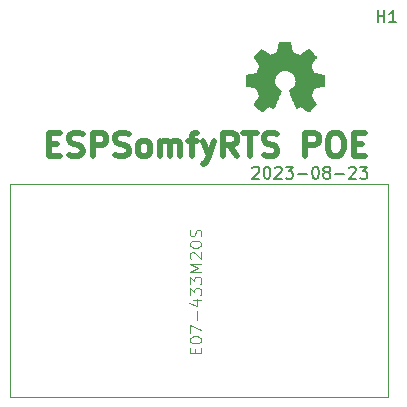
<source format=gbr>
%TF.GenerationSoftware,KiCad,Pcbnew,7.0.1-0*%
%TF.CreationDate,2023-08-23T15:05:17+02:00*%
%TF.ProjectId,ESP32SomfyPOE,45535033-3253-46f6-9d66-79504f452e6b,rev?*%
%TF.SameCoordinates,Original*%
%TF.FileFunction,Legend,Top*%
%TF.FilePolarity,Positive*%
%FSLAX46Y46*%
G04 Gerber Fmt 4.6, Leading zero omitted, Abs format (unit mm)*
G04 Created by KiCad (PCBNEW 7.0.1-0) date 2023-08-23 15:05:17*
%MOMM*%
%LPD*%
G01*
G04 APERTURE LIST*
%ADD10C,0.500000*%
%ADD11C,0.150000*%
%ADD12C,0.100000*%
%ADD13C,0.010000*%
G04 APERTURE END LIST*
D10*
X90900190Y-73383619D02*
X91566857Y-73383619D01*
X91852571Y-74431238D02*
X90900190Y-74431238D01*
X90900190Y-74431238D02*
X90900190Y-72431238D01*
X90900190Y-72431238D02*
X91852571Y-72431238D01*
X92614476Y-74336000D02*
X92900190Y-74431238D01*
X92900190Y-74431238D02*
X93376381Y-74431238D01*
X93376381Y-74431238D02*
X93566857Y-74336000D01*
X93566857Y-74336000D02*
X93662095Y-74240761D01*
X93662095Y-74240761D02*
X93757333Y-74050285D01*
X93757333Y-74050285D02*
X93757333Y-73859809D01*
X93757333Y-73859809D02*
X93662095Y-73669333D01*
X93662095Y-73669333D02*
X93566857Y-73574095D01*
X93566857Y-73574095D02*
X93376381Y-73478857D01*
X93376381Y-73478857D02*
X92995428Y-73383619D01*
X92995428Y-73383619D02*
X92804952Y-73288380D01*
X92804952Y-73288380D02*
X92709714Y-73193142D01*
X92709714Y-73193142D02*
X92614476Y-73002666D01*
X92614476Y-73002666D02*
X92614476Y-72812190D01*
X92614476Y-72812190D02*
X92709714Y-72621714D01*
X92709714Y-72621714D02*
X92804952Y-72526476D01*
X92804952Y-72526476D02*
X92995428Y-72431238D01*
X92995428Y-72431238D02*
X93471619Y-72431238D01*
X93471619Y-72431238D02*
X93757333Y-72526476D01*
X94614476Y-74431238D02*
X94614476Y-72431238D01*
X94614476Y-72431238D02*
X95376381Y-72431238D01*
X95376381Y-72431238D02*
X95566857Y-72526476D01*
X95566857Y-72526476D02*
X95662095Y-72621714D01*
X95662095Y-72621714D02*
X95757333Y-72812190D01*
X95757333Y-72812190D02*
X95757333Y-73097904D01*
X95757333Y-73097904D02*
X95662095Y-73288380D01*
X95662095Y-73288380D02*
X95566857Y-73383619D01*
X95566857Y-73383619D02*
X95376381Y-73478857D01*
X95376381Y-73478857D02*
X94614476Y-73478857D01*
X96519238Y-74336000D02*
X96804952Y-74431238D01*
X96804952Y-74431238D02*
X97281143Y-74431238D01*
X97281143Y-74431238D02*
X97471619Y-74336000D01*
X97471619Y-74336000D02*
X97566857Y-74240761D01*
X97566857Y-74240761D02*
X97662095Y-74050285D01*
X97662095Y-74050285D02*
X97662095Y-73859809D01*
X97662095Y-73859809D02*
X97566857Y-73669333D01*
X97566857Y-73669333D02*
X97471619Y-73574095D01*
X97471619Y-73574095D02*
X97281143Y-73478857D01*
X97281143Y-73478857D02*
X96900190Y-73383619D01*
X96900190Y-73383619D02*
X96709714Y-73288380D01*
X96709714Y-73288380D02*
X96614476Y-73193142D01*
X96614476Y-73193142D02*
X96519238Y-73002666D01*
X96519238Y-73002666D02*
X96519238Y-72812190D01*
X96519238Y-72812190D02*
X96614476Y-72621714D01*
X96614476Y-72621714D02*
X96709714Y-72526476D01*
X96709714Y-72526476D02*
X96900190Y-72431238D01*
X96900190Y-72431238D02*
X97376381Y-72431238D01*
X97376381Y-72431238D02*
X97662095Y-72526476D01*
X98804952Y-74431238D02*
X98614476Y-74336000D01*
X98614476Y-74336000D02*
X98519238Y-74240761D01*
X98519238Y-74240761D02*
X98424000Y-74050285D01*
X98424000Y-74050285D02*
X98424000Y-73478857D01*
X98424000Y-73478857D02*
X98519238Y-73288380D01*
X98519238Y-73288380D02*
X98614476Y-73193142D01*
X98614476Y-73193142D02*
X98804952Y-73097904D01*
X98804952Y-73097904D02*
X99090667Y-73097904D01*
X99090667Y-73097904D02*
X99281143Y-73193142D01*
X99281143Y-73193142D02*
X99376381Y-73288380D01*
X99376381Y-73288380D02*
X99471619Y-73478857D01*
X99471619Y-73478857D02*
X99471619Y-74050285D01*
X99471619Y-74050285D02*
X99376381Y-74240761D01*
X99376381Y-74240761D02*
X99281143Y-74336000D01*
X99281143Y-74336000D02*
X99090667Y-74431238D01*
X99090667Y-74431238D02*
X98804952Y-74431238D01*
X100328762Y-74431238D02*
X100328762Y-73097904D01*
X100328762Y-73288380D02*
X100424000Y-73193142D01*
X100424000Y-73193142D02*
X100614476Y-73097904D01*
X100614476Y-73097904D02*
X100900191Y-73097904D01*
X100900191Y-73097904D02*
X101090667Y-73193142D01*
X101090667Y-73193142D02*
X101185905Y-73383619D01*
X101185905Y-73383619D02*
X101185905Y-74431238D01*
X101185905Y-73383619D02*
X101281143Y-73193142D01*
X101281143Y-73193142D02*
X101471619Y-73097904D01*
X101471619Y-73097904D02*
X101757333Y-73097904D01*
X101757333Y-73097904D02*
X101947810Y-73193142D01*
X101947810Y-73193142D02*
X102043048Y-73383619D01*
X102043048Y-73383619D02*
X102043048Y-74431238D01*
X102709715Y-73097904D02*
X103471619Y-73097904D01*
X102995429Y-74431238D02*
X102995429Y-72716952D01*
X102995429Y-72716952D02*
X103090667Y-72526476D01*
X103090667Y-72526476D02*
X103281143Y-72431238D01*
X103281143Y-72431238D02*
X103471619Y-72431238D01*
X103947810Y-73097904D02*
X104424000Y-74431238D01*
X104900191Y-73097904D02*
X104424000Y-74431238D01*
X104424000Y-74431238D02*
X104233524Y-74907428D01*
X104233524Y-74907428D02*
X104138286Y-75002666D01*
X104138286Y-75002666D02*
X103947810Y-75097904D01*
X106804953Y-74431238D02*
X106138286Y-73478857D01*
X105662096Y-74431238D02*
X105662096Y-72431238D01*
X105662096Y-72431238D02*
X106424001Y-72431238D01*
X106424001Y-72431238D02*
X106614477Y-72526476D01*
X106614477Y-72526476D02*
X106709715Y-72621714D01*
X106709715Y-72621714D02*
X106804953Y-72812190D01*
X106804953Y-72812190D02*
X106804953Y-73097904D01*
X106804953Y-73097904D02*
X106709715Y-73288380D01*
X106709715Y-73288380D02*
X106614477Y-73383619D01*
X106614477Y-73383619D02*
X106424001Y-73478857D01*
X106424001Y-73478857D02*
X105662096Y-73478857D01*
X107376382Y-72431238D02*
X108519239Y-72431238D01*
X107947810Y-74431238D02*
X107947810Y-72431238D01*
X109090668Y-74336000D02*
X109376382Y-74431238D01*
X109376382Y-74431238D02*
X109852573Y-74431238D01*
X109852573Y-74431238D02*
X110043049Y-74336000D01*
X110043049Y-74336000D02*
X110138287Y-74240761D01*
X110138287Y-74240761D02*
X110233525Y-74050285D01*
X110233525Y-74050285D02*
X110233525Y-73859809D01*
X110233525Y-73859809D02*
X110138287Y-73669333D01*
X110138287Y-73669333D02*
X110043049Y-73574095D01*
X110043049Y-73574095D02*
X109852573Y-73478857D01*
X109852573Y-73478857D02*
X109471620Y-73383619D01*
X109471620Y-73383619D02*
X109281144Y-73288380D01*
X109281144Y-73288380D02*
X109185906Y-73193142D01*
X109185906Y-73193142D02*
X109090668Y-73002666D01*
X109090668Y-73002666D02*
X109090668Y-72812190D01*
X109090668Y-72812190D02*
X109185906Y-72621714D01*
X109185906Y-72621714D02*
X109281144Y-72526476D01*
X109281144Y-72526476D02*
X109471620Y-72431238D01*
X109471620Y-72431238D02*
X109947811Y-72431238D01*
X109947811Y-72431238D02*
X110233525Y-72526476D01*
X112614478Y-74431238D02*
X112614478Y-72431238D01*
X112614478Y-72431238D02*
X113376383Y-72431238D01*
X113376383Y-72431238D02*
X113566859Y-72526476D01*
X113566859Y-72526476D02*
X113662097Y-72621714D01*
X113662097Y-72621714D02*
X113757335Y-72812190D01*
X113757335Y-72812190D02*
X113757335Y-73097904D01*
X113757335Y-73097904D02*
X113662097Y-73288380D01*
X113662097Y-73288380D02*
X113566859Y-73383619D01*
X113566859Y-73383619D02*
X113376383Y-73478857D01*
X113376383Y-73478857D02*
X112614478Y-73478857D01*
X114995430Y-72431238D02*
X115376383Y-72431238D01*
X115376383Y-72431238D02*
X115566859Y-72526476D01*
X115566859Y-72526476D02*
X115757335Y-72716952D01*
X115757335Y-72716952D02*
X115852573Y-73097904D01*
X115852573Y-73097904D02*
X115852573Y-73764571D01*
X115852573Y-73764571D02*
X115757335Y-74145523D01*
X115757335Y-74145523D02*
X115566859Y-74336000D01*
X115566859Y-74336000D02*
X115376383Y-74431238D01*
X115376383Y-74431238D02*
X114995430Y-74431238D01*
X114995430Y-74431238D02*
X114804954Y-74336000D01*
X114804954Y-74336000D02*
X114614478Y-74145523D01*
X114614478Y-74145523D02*
X114519240Y-73764571D01*
X114519240Y-73764571D02*
X114519240Y-73097904D01*
X114519240Y-73097904D02*
X114614478Y-72716952D01*
X114614478Y-72716952D02*
X114804954Y-72526476D01*
X114804954Y-72526476D02*
X114995430Y-72431238D01*
X116709716Y-73383619D02*
X117376383Y-73383619D01*
X117662097Y-74431238D02*
X116709716Y-74431238D01*
X116709716Y-74431238D02*
X116709716Y-72431238D01*
X116709716Y-72431238D02*
X117662097Y-72431238D01*
D11*
X108140476Y-75426857D02*
X108188095Y-75379238D01*
X108188095Y-75379238D02*
X108283333Y-75331619D01*
X108283333Y-75331619D02*
X108521428Y-75331619D01*
X108521428Y-75331619D02*
X108616666Y-75379238D01*
X108616666Y-75379238D02*
X108664285Y-75426857D01*
X108664285Y-75426857D02*
X108711904Y-75522095D01*
X108711904Y-75522095D02*
X108711904Y-75617333D01*
X108711904Y-75617333D02*
X108664285Y-75760190D01*
X108664285Y-75760190D02*
X108092857Y-76331619D01*
X108092857Y-76331619D02*
X108711904Y-76331619D01*
X109330952Y-75331619D02*
X109426190Y-75331619D01*
X109426190Y-75331619D02*
X109521428Y-75379238D01*
X109521428Y-75379238D02*
X109569047Y-75426857D01*
X109569047Y-75426857D02*
X109616666Y-75522095D01*
X109616666Y-75522095D02*
X109664285Y-75712571D01*
X109664285Y-75712571D02*
X109664285Y-75950666D01*
X109664285Y-75950666D02*
X109616666Y-76141142D01*
X109616666Y-76141142D02*
X109569047Y-76236380D01*
X109569047Y-76236380D02*
X109521428Y-76284000D01*
X109521428Y-76284000D02*
X109426190Y-76331619D01*
X109426190Y-76331619D02*
X109330952Y-76331619D01*
X109330952Y-76331619D02*
X109235714Y-76284000D01*
X109235714Y-76284000D02*
X109188095Y-76236380D01*
X109188095Y-76236380D02*
X109140476Y-76141142D01*
X109140476Y-76141142D02*
X109092857Y-75950666D01*
X109092857Y-75950666D02*
X109092857Y-75712571D01*
X109092857Y-75712571D02*
X109140476Y-75522095D01*
X109140476Y-75522095D02*
X109188095Y-75426857D01*
X109188095Y-75426857D02*
X109235714Y-75379238D01*
X109235714Y-75379238D02*
X109330952Y-75331619D01*
X110045238Y-75426857D02*
X110092857Y-75379238D01*
X110092857Y-75379238D02*
X110188095Y-75331619D01*
X110188095Y-75331619D02*
X110426190Y-75331619D01*
X110426190Y-75331619D02*
X110521428Y-75379238D01*
X110521428Y-75379238D02*
X110569047Y-75426857D01*
X110569047Y-75426857D02*
X110616666Y-75522095D01*
X110616666Y-75522095D02*
X110616666Y-75617333D01*
X110616666Y-75617333D02*
X110569047Y-75760190D01*
X110569047Y-75760190D02*
X109997619Y-76331619D01*
X109997619Y-76331619D02*
X110616666Y-76331619D01*
X110950000Y-75331619D02*
X111569047Y-75331619D01*
X111569047Y-75331619D02*
X111235714Y-75712571D01*
X111235714Y-75712571D02*
X111378571Y-75712571D01*
X111378571Y-75712571D02*
X111473809Y-75760190D01*
X111473809Y-75760190D02*
X111521428Y-75807809D01*
X111521428Y-75807809D02*
X111569047Y-75903047D01*
X111569047Y-75903047D02*
X111569047Y-76141142D01*
X111569047Y-76141142D02*
X111521428Y-76236380D01*
X111521428Y-76236380D02*
X111473809Y-76284000D01*
X111473809Y-76284000D02*
X111378571Y-76331619D01*
X111378571Y-76331619D02*
X111092857Y-76331619D01*
X111092857Y-76331619D02*
X110997619Y-76284000D01*
X110997619Y-76284000D02*
X110950000Y-76236380D01*
X111997619Y-75950666D02*
X112759524Y-75950666D01*
X113426190Y-75331619D02*
X113521428Y-75331619D01*
X113521428Y-75331619D02*
X113616666Y-75379238D01*
X113616666Y-75379238D02*
X113664285Y-75426857D01*
X113664285Y-75426857D02*
X113711904Y-75522095D01*
X113711904Y-75522095D02*
X113759523Y-75712571D01*
X113759523Y-75712571D02*
X113759523Y-75950666D01*
X113759523Y-75950666D02*
X113711904Y-76141142D01*
X113711904Y-76141142D02*
X113664285Y-76236380D01*
X113664285Y-76236380D02*
X113616666Y-76284000D01*
X113616666Y-76284000D02*
X113521428Y-76331619D01*
X113521428Y-76331619D02*
X113426190Y-76331619D01*
X113426190Y-76331619D02*
X113330952Y-76284000D01*
X113330952Y-76284000D02*
X113283333Y-76236380D01*
X113283333Y-76236380D02*
X113235714Y-76141142D01*
X113235714Y-76141142D02*
X113188095Y-75950666D01*
X113188095Y-75950666D02*
X113188095Y-75712571D01*
X113188095Y-75712571D02*
X113235714Y-75522095D01*
X113235714Y-75522095D02*
X113283333Y-75426857D01*
X113283333Y-75426857D02*
X113330952Y-75379238D01*
X113330952Y-75379238D02*
X113426190Y-75331619D01*
X114330952Y-75760190D02*
X114235714Y-75712571D01*
X114235714Y-75712571D02*
X114188095Y-75664952D01*
X114188095Y-75664952D02*
X114140476Y-75569714D01*
X114140476Y-75569714D02*
X114140476Y-75522095D01*
X114140476Y-75522095D02*
X114188095Y-75426857D01*
X114188095Y-75426857D02*
X114235714Y-75379238D01*
X114235714Y-75379238D02*
X114330952Y-75331619D01*
X114330952Y-75331619D02*
X114521428Y-75331619D01*
X114521428Y-75331619D02*
X114616666Y-75379238D01*
X114616666Y-75379238D02*
X114664285Y-75426857D01*
X114664285Y-75426857D02*
X114711904Y-75522095D01*
X114711904Y-75522095D02*
X114711904Y-75569714D01*
X114711904Y-75569714D02*
X114664285Y-75664952D01*
X114664285Y-75664952D02*
X114616666Y-75712571D01*
X114616666Y-75712571D02*
X114521428Y-75760190D01*
X114521428Y-75760190D02*
X114330952Y-75760190D01*
X114330952Y-75760190D02*
X114235714Y-75807809D01*
X114235714Y-75807809D02*
X114188095Y-75855428D01*
X114188095Y-75855428D02*
X114140476Y-75950666D01*
X114140476Y-75950666D02*
X114140476Y-76141142D01*
X114140476Y-76141142D02*
X114188095Y-76236380D01*
X114188095Y-76236380D02*
X114235714Y-76284000D01*
X114235714Y-76284000D02*
X114330952Y-76331619D01*
X114330952Y-76331619D02*
X114521428Y-76331619D01*
X114521428Y-76331619D02*
X114616666Y-76284000D01*
X114616666Y-76284000D02*
X114664285Y-76236380D01*
X114664285Y-76236380D02*
X114711904Y-76141142D01*
X114711904Y-76141142D02*
X114711904Y-75950666D01*
X114711904Y-75950666D02*
X114664285Y-75855428D01*
X114664285Y-75855428D02*
X114616666Y-75807809D01*
X114616666Y-75807809D02*
X114521428Y-75760190D01*
X115140476Y-75950666D02*
X115902381Y-75950666D01*
X116330952Y-75426857D02*
X116378571Y-75379238D01*
X116378571Y-75379238D02*
X116473809Y-75331619D01*
X116473809Y-75331619D02*
X116711904Y-75331619D01*
X116711904Y-75331619D02*
X116807142Y-75379238D01*
X116807142Y-75379238D02*
X116854761Y-75426857D01*
X116854761Y-75426857D02*
X116902380Y-75522095D01*
X116902380Y-75522095D02*
X116902380Y-75617333D01*
X116902380Y-75617333D02*
X116854761Y-75760190D01*
X116854761Y-75760190D02*
X116283333Y-76331619D01*
X116283333Y-76331619D02*
X116902380Y-76331619D01*
X117235714Y-75331619D02*
X117854761Y-75331619D01*
X117854761Y-75331619D02*
X117521428Y-75712571D01*
X117521428Y-75712571D02*
X117664285Y-75712571D01*
X117664285Y-75712571D02*
X117759523Y-75760190D01*
X117759523Y-75760190D02*
X117807142Y-75807809D01*
X117807142Y-75807809D02*
X117854761Y-75903047D01*
X117854761Y-75903047D02*
X117854761Y-76141142D01*
X117854761Y-76141142D02*
X117807142Y-76236380D01*
X117807142Y-76236380D02*
X117759523Y-76284000D01*
X117759523Y-76284000D02*
X117664285Y-76331619D01*
X117664285Y-76331619D02*
X117378571Y-76331619D01*
X117378571Y-76331619D02*
X117283333Y-76284000D01*
X117283333Y-76284000D02*
X117235714Y-76236380D01*
D12*
%TO.C,E07-433M20S*%
X103288809Y-91114285D02*
X103288809Y-90780952D01*
X103812619Y-90638095D02*
X103812619Y-91114285D01*
X103812619Y-91114285D02*
X102812619Y-91114285D01*
X102812619Y-91114285D02*
X102812619Y-90638095D01*
X102812619Y-90019047D02*
X102812619Y-89923809D01*
X102812619Y-89923809D02*
X102860238Y-89828571D01*
X102860238Y-89828571D02*
X102907857Y-89780952D01*
X102907857Y-89780952D02*
X103003095Y-89733333D01*
X103003095Y-89733333D02*
X103193571Y-89685714D01*
X103193571Y-89685714D02*
X103431666Y-89685714D01*
X103431666Y-89685714D02*
X103622142Y-89733333D01*
X103622142Y-89733333D02*
X103717380Y-89780952D01*
X103717380Y-89780952D02*
X103765000Y-89828571D01*
X103765000Y-89828571D02*
X103812619Y-89923809D01*
X103812619Y-89923809D02*
X103812619Y-90019047D01*
X103812619Y-90019047D02*
X103765000Y-90114285D01*
X103765000Y-90114285D02*
X103717380Y-90161904D01*
X103717380Y-90161904D02*
X103622142Y-90209523D01*
X103622142Y-90209523D02*
X103431666Y-90257142D01*
X103431666Y-90257142D02*
X103193571Y-90257142D01*
X103193571Y-90257142D02*
X103003095Y-90209523D01*
X103003095Y-90209523D02*
X102907857Y-90161904D01*
X102907857Y-90161904D02*
X102860238Y-90114285D01*
X102860238Y-90114285D02*
X102812619Y-90019047D01*
X102812619Y-89352380D02*
X102812619Y-88685714D01*
X102812619Y-88685714D02*
X103812619Y-89114285D01*
X103431666Y-88304761D02*
X103431666Y-87542857D01*
X103145952Y-86638095D02*
X103812619Y-86638095D01*
X102765000Y-86876190D02*
X103479285Y-87114285D01*
X103479285Y-87114285D02*
X103479285Y-86495238D01*
X102812619Y-86209523D02*
X102812619Y-85590476D01*
X102812619Y-85590476D02*
X103193571Y-85923809D01*
X103193571Y-85923809D02*
X103193571Y-85780952D01*
X103193571Y-85780952D02*
X103241190Y-85685714D01*
X103241190Y-85685714D02*
X103288809Y-85638095D01*
X103288809Y-85638095D02*
X103384047Y-85590476D01*
X103384047Y-85590476D02*
X103622142Y-85590476D01*
X103622142Y-85590476D02*
X103717380Y-85638095D01*
X103717380Y-85638095D02*
X103765000Y-85685714D01*
X103765000Y-85685714D02*
X103812619Y-85780952D01*
X103812619Y-85780952D02*
X103812619Y-86066666D01*
X103812619Y-86066666D02*
X103765000Y-86161904D01*
X103765000Y-86161904D02*
X103717380Y-86209523D01*
X102812619Y-85257142D02*
X102812619Y-84638095D01*
X102812619Y-84638095D02*
X103193571Y-84971428D01*
X103193571Y-84971428D02*
X103193571Y-84828571D01*
X103193571Y-84828571D02*
X103241190Y-84733333D01*
X103241190Y-84733333D02*
X103288809Y-84685714D01*
X103288809Y-84685714D02*
X103384047Y-84638095D01*
X103384047Y-84638095D02*
X103622142Y-84638095D01*
X103622142Y-84638095D02*
X103717380Y-84685714D01*
X103717380Y-84685714D02*
X103765000Y-84733333D01*
X103765000Y-84733333D02*
X103812619Y-84828571D01*
X103812619Y-84828571D02*
X103812619Y-85114285D01*
X103812619Y-85114285D02*
X103765000Y-85209523D01*
X103765000Y-85209523D02*
X103717380Y-85257142D01*
X103812619Y-84209523D02*
X102812619Y-84209523D01*
X102812619Y-84209523D02*
X103526904Y-83876190D01*
X103526904Y-83876190D02*
X102812619Y-83542857D01*
X102812619Y-83542857D02*
X103812619Y-83542857D01*
X102907857Y-83114285D02*
X102860238Y-83066666D01*
X102860238Y-83066666D02*
X102812619Y-82971428D01*
X102812619Y-82971428D02*
X102812619Y-82733333D01*
X102812619Y-82733333D02*
X102860238Y-82638095D01*
X102860238Y-82638095D02*
X102907857Y-82590476D01*
X102907857Y-82590476D02*
X103003095Y-82542857D01*
X103003095Y-82542857D02*
X103098333Y-82542857D01*
X103098333Y-82542857D02*
X103241190Y-82590476D01*
X103241190Y-82590476D02*
X103812619Y-83161904D01*
X103812619Y-83161904D02*
X103812619Y-82542857D01*
X102812619Y-81923809D02*
X102812619Y-81828571D01*
X102812619Y-81828571D02*
X102860238Y-81733333D01*
X102860238Y-81733333D02*
X102907857Y-81685714D01*
X102907857Y-81685714D02*
X103003095Y-81638095D01*
X103003095Y-81638095D02*
X103193571Y-81590476D01*
X103193571Y-81590476D02*
X103431666Y-81590476D01*
X103431666Y-81590476D02*
X103622142Y-81638095D01*
X103622142Y-81638095D02*
X103717380Y-81685714D01*
X103717380Y-81685714D02*
X103765000Y-81733333D01*
X103765000Y-81733333D02*
X103812619Y-81828571D01*
X103812619Y-81828571D02*
X103812619Y-81923809D01*
X103812619Y-81923809D02*
X103765000Y-82019047D01*
X103765000Y-82019047D02*
X103717380Y-82066666D01*
X103717380Y-82066666D02*
X103622142Y-82114285D01*
X103622142Y-82114285D02*
X103431666Y-82161904D01*
X103431666Y-82161904D02*
X103193571Y-82161904D01*
X103193571Y-82161904D02*
X103003095Y-82114285D01*
X103003095Y-82114285D02*
X102907857Y-82066666D01*
X102907857Y-82066666D02*
X102860238Y-82019047D01*
X102860238Y-82019047D02*
X102812619Y-81923809D01*
X103765000Y-81209523D02*
X103812619Y-81066666D01*
X103812619Y-81066666D02*
X103812619Y-80828571D01*
X103812619Y-80828571D02*
X103765000Y-80733333D01*
X103765000Y-80733333D02*
X103717380Y-80685714D01*
X103717380Y-80685714D02*
X103622142Y-80638095D01*
X103622142Y-80638095D02*
X103526904Y-80638095D01*
X103526904Y-80638095D02*
X103431666Y-80685714D01*
X103431666Y-80685714D02*
X103384047Y-80733333D01*
X103384047Y-80733333D02*
X103336428Y-80828571D01*
X103336428Y-80828571D02*
X103288809Y-81019047D01*
X103288809Y-81019047D02*
X103241190Y-81114285D01*
X103241190Y-81114285D02*
X103193571Y-81161904D01*
X103193571Y-81161904D02*
X103098333Y-81209523D01*
X103098333Y-81209523D02*
X103003095Y-81209523D01*
X103003095Y-81209523D02*
X102907857Y-81161904D01*
X102907857Y-81161904D02*
X102860238Y-81114285D01*
X102860238Y-81114285D02*
X102812619Y-81019047D01*
X102812619Y-81019047D02*
X102812619Y-80780952D01*
X102812619Y-80780952D02*
X102860238Y-80638095D01*
D11*
%TO.C,H1*%
X118738095Y-63062619D02*
X118738095Y-62062619D01*
X118738095Y-62538809D02*
X119309523Y-62538809D01*
X119309523Y-63062619D02*
X119309523Y-62062619D01*
X120309523Y-63062619D02*
X119738095Y-63062619D01*
X120023809Y-63062619D02*
X120023809Y-62062619D01*
X120023809Y-62062619D02*
X119928571Y-62205476D01*
X119928571Y-62205476D02*
X119833333Y-62300714D01*
X119833333Y-62300714D02*
X119738095Y-62348333D01*
D12*
%TO.C,E07-433M20S*%
X87634000Y-94788000D02*
X119634000Y-94788000D01*
X119634000Y-94788000D02*
X119634000Y-76788000D01*
X119634000Y-76788000D02*
X87634000Y-76788000D01*
X87634000Y-76788000D02*
X87634000Y-94788000D01*
%TO.C,N1*%
D13*
X111426814Y-65159931D02*
X111510635Y-65604555D01*
X111819920Y-65732053D01*
X112129206Y-65859551D01*
X112500246Y-65607246D01*
X112604157Y-65536996D01*
X112698087Y-65474272D01*
X112777652Y-65421938D01*
X112838470Y-65382857D01*
X112876157Y-65359893D01*
X112886421Y-65354942D01*
X112904910Y-65367676D01*
X112944420Y-65402882D01*
X113000522Y-65456062D01*
X113068787Y-65522718D01*
X113144786Y-65598354D01*
X113224092Y-65678472D01*
X113302275Y-65758574D01*
X113374907Y-65834164D01*
X113437559Y-65900745D01*
X113485803Y-65953818D01*
X113515210Y-65988887D01*
X113522241Y-66000623D01*
X113512123Y-66022260D01*
X113483759Y-66069662D01*
X113440129Y-66138193D01*
X113384218Y-66223215D01*
X113319006Y-66320093D01*
X113281219Y-66375350D01*
X113212343Y-66476248D01*
X113151140Y-66567299D01*
X113100578Y-66643970D01*
X113063628Y-66701728D01*
X113043258Y-66736043D01*
X113040197Y-66743254D01*
X113047136Y-66763748D01*
X113066051Y-66811513D01*
X113094087Y-66879832D01*
X113128391Y-66961989D01*
X113166109Y-67051270D01*
X113204387Y-67140958D01*
X113240370Y-67224338D01*
X113271206Y-67294694D01*
X113294039Y-67345310D01*
X113306017Y-67369471D01*
X113306724Y-67370422D01*
X113325531Y-67375036D01*
X113375618Y-67385328D01*
X113451793Y-67400287D01*
X113548865Y-67418901D01*
X113661643Y-67440159D01*
X113727442Y-67452418D01*
X113847950Y-67475362D01*
X113956797Y-67497195D01*
X114048476Y-67516722D01*
X114117481Y-67532748D01*
X114158304Y-67544079D01*
X114166511Y-67547674D01*
X114174548Y-67572006D01*
X114181033Y-67626959D01*
X114185970Y-67706108D01*
X114189364Y-67803026D01*
X114191218Y-67911287D01*
X114191538Y-68024465D01*
X114190327Y-68136135D01*
X114187590Y-68239868D01*
X114183331Y-68329241D01*
X114177555Y-68397826D01*
X114170267Y-68439197D01*
X114165895Y-68447810D01*
X114139764Y-68458133D01*
X114084393Y-68472892D01*
X114007107Y-68490352D01*
X113915230Y-68508780D01*
X113883158Y-68514741D01*
X113728524Y-68543066D01*
X113606375Y-68565876D01*
X113512673Y-68584080D01*
X113443384Y-68598583D01*
X113394471Y-68610292D01*
X113361897Y-68620115D01*
X113341628Y-68628956D01*
X113329626Y-68637724D01*
X113327947Y-68639457D01*
X113311184Y-68667371D01*
X113285614Y-68721695D01*
X113253788Y-68795777D01*
X113218260Y-68882965D01*
X113181583Y-68976608D01*
X113146311Y-69070052D01*
X113114996Y-69156647D01*
X113090193Y-69229740D01*
X113074454Y-69282678D01*
X113070332Y-69308811D01*
X113070676Y-69309726D01*
X113084641Y-69331086D01*
X113116322Y-69378084D01*
X113162391Y-69445827D01*
X113219518Y-69529423D01*
X113284373Y-69623982D01*
X113302843Y-69650854D01*
X113368699Y-69748275D01*
X113426650Y-69837163D01*
X113473538Y-69912412D01*
X113506207Y-69968920D01*
X113521500Y-70001581D01*
X113522241Y-70005593D01*
X113509392Y-70026684D01*
X113473888Y-70068464D01*
X113420293Y-70126445D01*
X113353171Y-70196135D01*
X113277087Y-70273045D01*
X113196604Y-70352683D01*
X113116287Y-70430561D01*
X113040699Y-70502186D01*
X112974405Y-70563070D01*
X112921969Y-70608721D01*
X112887955Y-70634650D01*
X112878545Y-70638883D01*
X112856643Y-70628912D01*
X112811800Y-70602020D01*
X112751321Y-70562736D01*
X112704789Y-70531117D01*
X112620475Y-70473098D01*
X112520626Y-70404784D01*
X112420473Y-70336579D01*
X112366627Y-70300075D01*
X112184371Y-70176800D01*
X112031381Y-70259520D01*
X111961682Y-70295759D01*
X111902414Y-70323926D01*
X111862311Y-70339991D01*
X111852103Y-70342226D01*
X111839829Y-70325722D01*
X111815613Y-70279082D01*
X111781263Y-70206609D01*
X111738588Y-70112606D01*
X111689394Y-70001374D01*
X111635490Y-69877215D01*
X111578684Y-69744432D01*
X111520782Y-69607327D01*
X111463593Y-69470202D01*
X111408924Y-69337358D01*
X111358584Y-69213098D01*
X111314380Y-69101725D01*
X111278119Y-69007539D01*
X111251609Y-68934844D01*
X111236658Y-68887941D01*
X111234254Y-68871833D01*
X111253311Y-68851286D01*
X111295036Y-68817933D01*
X111350706Y-68778702D01*
X111355378Y-68775599D01*
X111499264Y-68660423D01*
X111615283Y-68526053D01*
X111702430Y-68376784D01*
X111759699Y-68216913D01*
X111786086Y-68050737D01*
X111780585Y-67882552D01*
X111742190Y-67716655D01*
X111669895Y-67557342D01*
X111648626Y-67522487D01*
X111537996Y-67381737D01*
X111407302Y-67268714D01*
X111261064Y-67184003D01*
X111103808Y-67128194D01*
X110940057Y-67101874D01*
X110774333Y-67105630D01*
X110611162Y-67140050D01*
X110455065Y-67205723D01*
X110310567Y-67303235D01*
X110265869Y-67342813D01*
X110152112Y-67466703D01*
X110069218Y-67597124D01*
X110012356Y-67743315D01*
X109980687Y-67888088D01*
X109972869Y-68050860D01*
X109998938Y-68214440D01*
X110056245Y-68373298D01*
X110142144Y-68521906D01*
X110253986Y-68654735D01*
X110389123Y-68766256D01*
X110406883Y-68778011D01*
X110463150Y-68816508D01*
X110505923Y-68849863D01*
X110526372Y-68871160D01*
X110526669Y-68871833D01*
X110522279Y-68894871D01*
X110504876Y-68947157D01*
X110476268Y-69024390D01*
X110438265Y-69122268D01*
X110392674Y-69236491D01*
X110341303Y-69362758D01*
X110285962Y-69496767D01*
X110228458Y-69634218D01*
X110170601Y-69770808D01*
X110114198Y-69902237D01*
X110061058Y-70024205D01*
X110012990Y-70132409D01*
X109971801Y-70222549D01*
X109939301Y-70290323D01*
X109917297Y-70331430D01*
X109908436Y-70342226D01*
X109881360Y-70333819D01*
X109830697Y-70311272D01*
X109765183Y-70278613D01*
X109729159Y-70259520D01*
X109576168Y-70176800D01*
X109393912Y-70300075D01*
X109300875Y-70363228D01*
X109199015Y-70432727D01*
X109103562Y-70498165D01*
X109055750Y-70531117D01*
X108988505Y-70576273D01*
X108931564Y-70612057D01*
X108892354Y-70633938D01*
X108879619Y-70638563D01*
X108861083Y-70626085D01*
X108820059Y-70591252D01*
X108760525Y-70537678D01*
X108686458Y-70468983D01*
X108601835Y-70388781D01*
X108548315Y-70337286D01*
X108454681Y-70245286D01*
X108373759Y-70162999D01*
X108308823Y-70093945D01*
X108263142Y-70041644D01*
X108239989Y-70009616D01*
X108237768Y-70003116D01*
X108248076Y-69978394D01*
X108276561Y-69928405D01*
X108320063Y-69858212D01*
X108375423Y-69772875D01*
X108439480Y-69677456D01*
X108457697Y-69650854D01*
X108524073Y-69554167D01*
X108583622Y-69467117D01*
X108633016Y-69394595D01*
X108668925Y-69341493D01*
X108688019Y-69312703D01*
X108689864Y-69309726D01*
X108687105Y-69286782D01*
X108672462Y-69236336D01*
X108648487Y-69165041D01*
X108617734Y-69079547D01*
X108582756Y-68986507D01*
X108546107Y-68892574D01*
X108510339Y-68804399D01*
X108478006Y-68728634D01*
X108451662Y-68671931D01*
X108433858Y-68640943D01*
X108432593Y-68639457D01*
X108421706Y-68630601D01*
X108403318Y-68621843D01*
X108373394Y-68612277D01*
X108327897Y-68600996D01*
X108262791Y-68587093D01*
X108174039Y-68569663D01*
X108057607Y-68547798D01*
X107909458Y-68520591D01*
X107877382Y-68514741D01*
X107782314Y-68496374D01*
X107699435Y-68478405D01*
X107636070Y-68462569D01*
X107599542Y-68450600D01*
X107594644Y-68447810D01*
X107586573Y-68423072D01*
X107580013Y-68367790D01*
X107574967Y-68288389D01*
X107571441Y-68191296D01*
X107569439Y-68082938D01*
X107568964Y-67969740D01*
X107570023Y-67858128D01*
X107572618Y-67754529D01*
X107576754Y-67665368D01*
X107582437Y-67597072D01*
X107589669Y-67556066D01*
X107594029Y-67547674D01*
X107618302Y-67539208D01*
X107673574Y-67525435D01*
X107754338Y-67507550D01*
X107855088Y-67486748D01*
X107970317Y-67464223D01*
X108033098Y-67452418D01*
X108152213Y-67430151D01*
X108258435Y-67409979D01*
X108346573Y-67392915D01*
X108411434Y-67379969D01*
X108447826Y-67372155D01*
X108453816Y-67370422D01*
X108463939Y-67350890D01*
X108485338Y-67303843D01*
X108515161Y-67236003D01*
X108550555Y-67154091D01*
X108588668Y-67064828D01*
X108626647Y-66974935D01*
X108661640Y-66891135D01*
X108690794Y-66820147D01*
X108711257Y-66768694D01*
X108720177Y-66743497D01*
X108720343Y-66742396D01*
X108710231Y-66722519D01*
X108681883Y-66676777D01*
X108638277Y-66609717D01*
X108582394Y-66525884D01*
X108517213Y-66429826D01*
X108479321Y-66374650D01*
X108410275Y-66273481D01*
X108348950Y-66181630D01*
X108298337Y-66103744D01*
X108261429Y-66044469D01*
X108241218Y-66008451D01*
X108238299Y-66000377D01*
X108250847Y-65981584D01*
X108285537Y-65941457D01*
X108337937Y-65884493D01*
X108403616Y-65815185D01*
X108478144Y-65738031D01*
X108557087Y-65657525D01*
X108636017Y-65578163D01*
X108710500Y-65504440D01*
X108776106Y-65440852D01*
X108828404Y-65391894D01*
X108862961Y-65362061D01*
X108874522Y-65354942D01*
X108893346Y-65364953D01*
X108938369Y-65393078D01*
X109005213Y-65436454D01*
X109089501Y-65492218D01*
X109186856Y-65557506D01*
X109260293Y-65607246D01*
X109631333Y-65859551D01*
X110249905Y-65604555D01*
X110333725Y-65159931D01*
X110417546Y-64715307D01*
X111342994Y-64715307D01*
X111426814Y-65159931D01*
G36*
X111426814Y-65159931D02*
G01*
X111510635Y-65604555D01*
X111819920Y-65732053D01*
X112129206Y-65859551D01*
X112500246Y-65607246D01*
X112604157Y-65536996D01*
X112698087Y-65474272D01*
X112777652Y-65421938D01*
X112838470Y-65382857D01*
X112876157Y-65359893D01*
X112886421Y-65354942D01*
X112904910Y-65367676D01*
X112944420Y-65402882D01*
X113000522Y-65456062D01*
X113068787Y-65522718D01*
X113144786Y-65598354D01*
X113224092Y-65678472D01*
X113302275Y-65758574D01*
X113374907Y-65834164D01*
X113437559Y-65900745D01*
X113485803Y-65953818D01*
X113515210Y-65988887D01*
X113522241Y-66000623D01*
X113512123Y-66022260D01*
X113483759Y-66069662D01*
X113440129Y-66138193D01*
X113384218Y-66223215D01*
X113319006Y-66320093D01*
X113281219Y-66375350D01*
X113212343Y-66476248D01*
X113151140Y-66567299D01*
X113100578Y-66643970D01*
X113063628Y-66701728D01*
X113043258Y-66736043D01*
X113040197Y-66743254D01*
X113047136Y-66763748D01*
X113066051Y-66811513D01*
X113094087Y-66879832D01*
X113128391Y-66961989D01*
X113166109Y-67051270D01*
X113204387Y-67140958D01*
X113240370Y-67224338D01*
X113271206Y-67294694D01*
X113294039Y-67345310D01*
X113306017Y-67369471D01*
X113306724Y-67370422D01*
X113325531Y-67375036D01*
X113375618Y-67385328D01*
X113451793Y-67400287D01*
X113548865Y-67418901D01*
X113661643Y-67440159D01*
X113727442Y-67452418D01*
X113847950Y-67475362D01*
X113956797Y-67497195D01*
X114048476Y-67516722D01*
X114117481Y-67532748D01*
X114158304Y-67544079D01*
X114166511Y-67547674D01*
X114174548Y-67572006D01*
X114181033Y-67626959D01*
X114185970Y-67706108D01*
X114189364Y-67803026D01*
X114191218Y-67911287D01*
X114191538Y-68024465D01*
X114190327Y-68136135D01*
X114187590Y-68239868D01*
X114183331Y-68329241D01*
X114177555Y-68397826D01*
X114170267Y-68439197D01*
X114165895Y-68447810D01*
X114139764Y-68458133D01*
X114084393Y-68472892D01*
X114007107Y-68490352D01*
X113915230Y-68508780D01*
X113883158Y-68514741D01*
X113728524Y-68543066D01*
X113606375Y-68565876D01*
X113512673Y-68584080D01*
X113443384Y-68598583D01*
X113394471Y-68610292D01*
X113361897Y-68620115D01*
X113341628Y-68628956D01*
X113329626Y-68637724D01*
X113327947Y-68639457D01*
X113311184Y-68667371D01*
X113285614Y-68721695D01*
X113253788Y-68795777D01*
X113218260Y-68882965D01*
X113181583Y-68976608D01*
X113146311Y-69070052D01*
X113114996Y-69156647D01*
X113090193Y-69229740D01*
X113074454Y-69282678D01*
X113070332Y-69308811D01*
X113070676Y-69309726D01*
X113084641Y-69331086D01*
X113116322Y-69378084D01*
X113162391Y-69445827D01*
X113219518Y-69529423D01*
X113284373Y-69623982D01*
X113302843Y-69650854D01*
X113368699Y-69748275D01*
X113426650Y-69837163D01*
X113473538Y-69912412D01*
X113506207Y-69968920D01*
X113521500Y-70001581D01*
X113522241Y-70005593D01*
X113509392Y-70026684D01*
X113473888Y-70068464D01*
X113420293Y-70126445D01*
X113353171Y-70196135D01*
X113277087Y-70273045D01*
X113196604Y-70352683D01*
X113116287Y-70430561D01*
X113040699Y-70502186D01*
X112974405Y-70563070D01*
X112921969Y-70608721D01*
X112887955Y-70634650D01*
X112878545Y-70638883D01*
X112856643Y-70628912D01*
X112811800Y-70602020D01*
X112751321Y-70562736D01*
X112704789Y-70531117D01*
X112620475Y-70473098D01*
X112520626Y-70404784D01*
X112420473Y-70336579D01*
X112366627Y-70300075D01*
X112184371Y-70176800D01*
X112031381Y-70259520D01*
X111961682Y-70295759D01*
X111902414Y-70323926D01*
X111862311Y-70339991D01*
X111852103Y-70342226D01*
X111839829Y-70325722D01*
X111815613Y-70279082D01*
X111781263Y-70206609D01*
X111738588Y-70112606D01*
X111689394Y-70001374D01*
X111635490Y-69877215D01*
X111578684Y-69744432D01*
X111520782Y-69607327D01*
X111463593Y-69470202D01*
X111408924Y-69337358D01*
X111358584Y-69213098D01*
X111314380Y-69101725D01*
X111278119Y-69007539D01*
X111251609Y-68934844D01*
X111236658Y-68887941D01*
X111234254Y-68871833D01*
X111253311Y-68851286D01*
X111295036Y-68817933D01*
X111350706Y-68778702D01*
X111355378Y-68775599D01*
X111499264Y-68660423D01*
X111615283Y-68526053D01*
X111702430Y-68376784D01*
X111759699Y-68216913D01*
X111786086Y-68050737D01*
X111780585Y-67882552D01*
X111742190Y-67716655D01*
X111669895Y-67557342D01*
X111648626Y-67522487D01*
X111537996Y-67381737D01*
X111407302Y-67268714D01*
X111261064Y-67184003D01*
X111103808Y-67128194D01*
X110940057Y-67101874D01*
X110774333Y-67105630D01*
X110611162Y-67140050D01*
X110455065Y-67205723D01*
X110310567Y-67303235D01*
X110265869Y-67342813D01*
X110152112Y-67466703D01*
X110069218Y-67597124D01*
X110012356Y-67743315D01*
X109980687Y-67888088D01*
X109972869Y-68050860D01*
X109998938Y-68214440D01*
X110056245Y-68373298D01*
X110142144Y-68521906D01*
X110253986Y-68654735D01*
X110389123Y-68766256D01*
X110406883Y-68778011D01*
X110463150Y-68816508D01*
X110505923Y-68849863D01*
X110526372Y-68871160D01*
X110526669Y-68871833D01*
X110522279Y-68894871D01*
X110504876Y-68947157D01*
X110476268Y-69024390D01*
X110438265Y-69122268D01*
X110392674Y-69236491D01*
X110341303Y-69362758D01*
X110285962Y-69496767D01*
X110228458Y-69634218D01*
X110170601Y-69770808D01*
X110114198Y-69902237D01*
X110061058Y-70024205D01*
X110012990Y-70132409D01*
X109971801Y-70222549D01*
X109939301Y-70290323D01*
X109917297Y-70331430D01*
X109908436Y-70342226D01*
X109881360Y-70333819D01*
X109830697Y-70311272D01*
X109765183Y-70278613D01*
X109729159Y-70259520D01*
X109576168Y-70176800D01*
X109393912Y-70300075D01*
X109300875Y-70363228D01*
X109199015Y-70432727D01*
X109103562Y-70498165D01*
X109055750Y-70531117D01*
X108988505Y-70576273D01*
X108931564Y-70612057D01*
X108892354Y-70633938D01*
X108879619Y-70638563D01*
X108861083Y-70626085D01*
X108820059Y-70591252D01*
X108760525Y-70537678D01*
X108686458Y-70468983D01*
X108601835Y-70388781D01*
X108548315Y-70337286D01*
X108454681Y-70245286D01*
X108373759Y-70162999D01*
X108308823Y-70093945D01*
X108263142Y-70041644D01*
X108239989Y-70009616D01*
X108237768Y-70003116D01*
X108248076Y-69978394D01*
X108276561Y-69928405D01*
X108320063Y-69858212D01*
X108375423Y-69772875D01*
X108439480Y-69677456D01*
X108457697Y-69650854D01*
X108524073Y-69554167D01*
X108583622Y-69467117D01*
X108633016Y-69394595D01*
X108668925Y-69341493D01*
X108688019Y-69312703D01*
X108689864Y-69309726D01*
X108687105Y-69286782D01*
X108672462Y-69236336D01*
X108648487Y-69165041D01*
X108617734Y-69079547D01*
X108582756Y-68986507D01*
X108546107Y-68892574D01*
X108510339Y-68804399D01*
X108478006Y-68728634D01*
X108451662Y-68671931D01*
X108433858Y-68640943D01*
X108432593Y-68639457D01*
X108421706Y-68630601D01*
X108403318Y-68621843D01*
X108373394Y-68612277D01*
X108327897Y-68600996D01*
X108262791Y-68587093D01*
X108174039Y-68569663D01*
X108057607Y-68547798D01*
X107909458Y-68520591D01*
X107877382Y-68514741D01*
X107782314Y-68496374D01*
X107699435Y-68478405D01*
X107636070Y-68462569D01*
X107599542Y-68450600D01*
X107594644Y-68447810D01*
X107586573Y-68423072D01*
X107580013Y-68367790D01*
X107574967Y-68288389D01*
X107571441Y-68191296D01*
X107569439Y-68082938D01*
X107568964Y-67969740D01*
X107570023Y-67858128D01*
X107572618Y-67754529D01*
X107576754Y-67665368D01*
X107582437Y-67597072D01*
X107589669Y-67556066D01*
X107594029Y-67547674D01*
X107618302Y-67539208D01*
X107673574Y-67525435D01*
X107754338Y-67507550D01*
X107855088Y-67486748D01*
X107970317Y-67464223D01*
X108033098Y-67452418D01*
X108152213Y-67430151D01*
X108258435Y-67409979D01*
X108346573Y-67392915D01*
X108411434Y-67379969D01*
X108447826Y-67372155D01*
X108453816Y-67370422D01*
X108463939Y-67350890D01*
X108485338Y-67303843D01*
X108515161Y-67236003D01*
X108550555Y-67154091D01*
X108588668Y-67064828D01*
X108626647Y-66974935D01*
X108661640Y-66891135D01*
X108690794Y-66820147D01*
X108711257Y-66768694D01*
X108720177Y-66743497D01*
X108720343Y-66742396D01*
X108710231Y-66722519D01*
X108681883Y-66676777D01*
X108638277Y-66609717D01*
X108582394Y-66525884D01*
X108517213Y-66429826D01*
X108479321Y-66374650D01*
X108410275Y-66273481D01*
X108348950Y-66181630D01*
X108298337Y-66103744D01*
X108261429Y-66044469D01*
X108241218Y-66008451D01*
X108238299Y-66000377D01*
X108250847Y-65981584D01*
X108285537Y-65941457D01*
X108337937Y-65884493D01*
X108403616Y-65815185D01*
X108478144Y-65738031D01*
X108557087Y-65657525D01*
X108636017Y-65578163D01*
X108710500Y-65504440D01*
X108776106Y-65440852D01*
X108828404Y-65391894D01*
X108862961Y-65362061D01*
X108874522Y-65354942D01*
X108893346Y-65364953D01*
X108938369Y-65393078D01*
X109005213Y-65436454D01*
X109089501Y-65492218D01*
X109186856Y-65557506D01*
X109260293Y-65607246D01*
X109631333Y-65859551D01*
X110249905Y-65604555D01*
X110333725Y-65159931D01*
X110417546Y-64715307D01*
X111342994Y-64715307D01*
X111426814Y-65159931D01*
G37*
%TD*%
M02*

</source>
